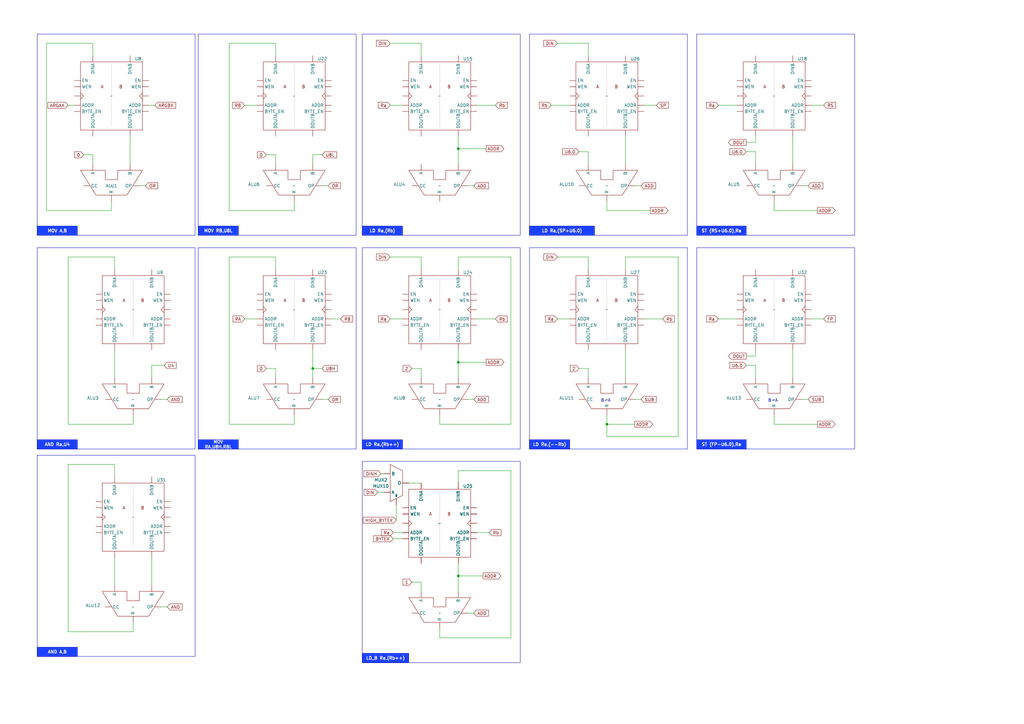
<source format=kicad_sch>
(kicad_sch (version 20230121) (generator eeschema)
  (paper "A3")
  (lib_symbols
    (symbol "UKMaker:Generic_ALU"
      (property "Reference" "ALU" (at 0 0 0))
      (symbol "Generic_ALU_0_1"
        (polyline (pts (xy 2.54 6.35) (xy 12.7 6.35) (xy 6.35 -3.81) (xy -6.35 -3.81) (xy -12.7 6.35) (xy -2.54 6.35) (xy -2.54 2.54) (xy 2.54 2.54) (xy 2.54 6.35)))
      )
      (symbol "Generic_ALU_1_1"
        (pin input line (at 7.62 8.89 270) (length 2.54) (name "A") (number ""))
        (pin input line (at -7.62 8.89 270) (length 2.54) (name "B") (number ""))
        (pin output line (at 11.43 0 180) (length 2.54) (name "CC") (number ""))
        (pin input line (at -11.43 0 0) (length 2.54) (name "OP") (number ""))
        (pin input line (at 0 -6.35 90) (length 2.54) (name "R") (number ""))
      )
    )
    (symbol "UKMaker:Generic_DualPortRegisterFile_ByteEnable"
      (property "Reference" "U" (at 0 0 0))
      (symbol "Generic_DualPortRegisterFile_ByteEnable_0_1"
        (rectangle (start -12.7 13.97) (end 12.7 -13.97))
        (polyline (pts (xy -12.7 -1.27) (xy -11.43 0) (xy -12.7 1.27)))
        (polyline (pts (xy 12.7 -1.27) (xy 11.43 0) (xy 12.7 1.27)))
      )
      (symbol "Generic_DualPortRegisterFile_ByteEnable_1_1"
        (polyline (pts (xy 0 12.7) (xy 0 -12.7)) (stroke (width 0) (type dot)))
        (text "A" (at -3.81 3.81 0) (effects (font (size 1.27 1.27))))
        (text "B" (at 3.81 3.81 0) (effects (font (size 1.27 1.27))))
        (pin input line (at -15.24 0 0) (length 2.54) (name "") (number ""))
        (pin input line (at 15.24 0 180) (length 2.54) (name "") (number ""))
        (pin input line (at -15.24 -3.81 0) (length 2.54) (name "ADDR") (number ""))
        (pin input line (at 15.24 -3.81 180) (length 2.54) (name "ADDR") (number ""))
        (pin input line (at -15.24 -6.35 0) (length 2.54) (name "BYTE_EN") (number ""))
        (pin input line (at 15.24 -6.35 180) (length 2.54) (name "BYTE_EN") (number ""))
        (pin input line (at -7.62 16.51 270) (length 2.54) (name "DINA") (number ""))
        (pin input line (at 7.62 16.51 270) (length 2.54) (name "DINB") (number ""))
        (pin input line (at -7.62 -16.51 90) (length 2.54) (name "DOUTA") (number ""))
        (pin input line (at 7.62 -16.51 90) (length 2.54) (name "DOUTB") (number ""))
        (pin input line (at -15.24 6.35 0) (length 2.54) (name "EN") (number ""))
        (pin input line (at 15.24 6.35 180) (length 2.54) (name "EN") (number ""))
        (pin input line (at -15.24 3.81 0) (length 2.54) (name "WEN") (number ""))
        (pin input line (at 15.24 3.81 180) (length 2.54) (name "WEN") (number ""))
      )
    )
    (symbol "UKMaker:Generic_MUX2"
      (property "Reference" "MUX2" (at 3.81 -3.81 0))
      (property "Value" "MUX2" (at 3.81 -3.81 0))
      (symbol "Generic_MUX2_0_1"
        (polyline (pts (xy -5.08 -2.54) (xy -7.62 2.54) (xy 7.62 2.54) (xy 5.08 -2.54) (xy -5.08 -2.54)))
      )
      (symbol "Generic_MUX2_1_1"
        (pin input line (at -3.81 5.08 270) (length 2.54) (name "A") (number ""))
        (pin input line (at 3.81 5.08 270) (length 2.54) (name "B") (number ""))
        (pin input line (at 0 -5.08 90) (length 2.54) (name "O") (number ""))
        (pin input line (at -8.89 0 0) (length 2.54) (name "SEL") (number ""))
      )
    )
  )
  (junction (at 187.96 60.96))
  (junction (at 128.27 151.13))
  (junction (at 248.92 173.99))
  (junction (at 187.96 236.22))
  (junction (at 187.96 148.59))
  (wire (pts (xy 100.33 130.81) (xy 105.41 130.81)))
  (wire (pts (xy 248.92 170.18) (xy 248.92 173.99)))
  (wire (pts (xy 160.02 130.81) (xy 165.1 130.81)))
  (wire (pts (xy 160.02 43.18) (xy 165.1 43.18)))
  (wire (pts (xy 109.22 151.13) (xy 113.03 151.13)))
  (wire (pts (xy 187.96 55.88) (xy 187.96 60.96)))
  (wire (pts (xy 195.58 218.44) (xy 200.66 218.44)))
  (wire (pts (xy 113.03 63.5) (xy 113.03 67.31)))
  (wire (pts (xy 172.72 151.13) (xy 172.72 154.94)))
  (wire (pts (xy 195.58 130.81) (xy 203.2 130.81)))
  (wire (pts (xy 256.54 143.51) (xy 256.54 154.94)))
  (wire (pts (xy 54.61 170.18) (xy 54.61 173.99)))
  (wire (pts (xy 306.07 149.86) (xy 309.88 149.86)))
  (wire (pts (xy 256.54 105.41) (xy 256.54 110.49)))
  (wire (pts (xy 172.72 105.41) (xy 172.72 110.49)))
  (wire (pts (xy 248.92 173.99) (xy 260.35 173.99)))
  (wire (pts (xy 309.88 146.05) (xy 309.88 143.51)))
  (wire (pts (xy 194.31 163.83) (xy 191.77 163.83)))
  (wire (pts (xy 46.99 143.51) (xy 46.99 154.94)))
  (wire (pts (xy 337.82 130.81) (xy 332.74 130.81)))
  (wire (pts (xy 180.34 170.18) (xy 180.34 173.99)))
  (wire (pts (xy 120.65 173.99) (xy 93.98 173.99)))
  (wire (pts (xy 278.13 179.07) (xy 278.13 105.41)))
  (wire (pts (xy 317.5 82.55) (xy 317.5 86.36)))
  (wire (pts (xy 19.05 86.36) (xy 19.05 17.78)))
  (wire (pts (xy 306.07 58.42) (xy 309.88 58.42)))
  (wire (pts (xy 256.54 55.88) (xy 256.54 67.31)))
  (wire (pts (xy 54.61 255.27) (xy 54.61 259.08)))
  (wire (pts (xy 128.27 143.51) (xy 128.27 151.13)))
  (wire (pts (xy 248.92 173.99) (xy 248.92 179.07)))
  (wire (pts (xy 165.1 220.98) (xy 161.29 220.98)))
  (wire (pts (xy 309.88 58.42) (xy 309.88 55.88)))
  (wire (pts (xy 100.33 43.18) (xy 105.41 43.18)))
  (wire (pts (xy 45.72 86.36) (xy 19.05 86.36)))
  (wire (pts (xy 27.94 190.5) (xy 46.99 190.5)))
  (wire (pts (xy 209.55 173.99) (xy 209.55 105.41)))
  (wire (pts (xy 237.49 151.13) (xy 241.3 151.13)))
  (wire (pts (xy 187.96 148.59) (xy 187.96 154.94)))
  (wire (pts (xy 194.31 251.46) (xy 191.77 251.46)))
  (wire (pts (xy 317.5 170.18) (xy 317.5 173.99)))
  (wire (pts (xy 93.98 17.78) (xy 113.03 17.78)))
  (wire (pts (xy 317.5 86.36) (xy 335.28 86.36)))
  (wire (pts (xy 241.3 151.13) (xy 241.3 154.94)))
  (wire (pts (xy 93.98 173.99) (xy 93.98 105.41)))
  (wire (pts (xy 132.08 63.5) (xy 128.27 63.5)))
  (wire (pts (xy 228.6 130.81) (xy 233.68 130.81)))
  (wire (pts (xy 27.94 105.41) (xy 46.99 105.41)))
  (wire (pts (xy 180.34 173.99) (xy 209.55 173.99)))
  (wire (pts (xy 62.23 228.6) (xy 62.23 240.03)))
  (wire (pts (xy 38.1 17.78) (xy 38.1 22.86)))
  (wire (pts (xy 19.05 17.78) (xy 38.1 17.78)))
  (wire (pts (xy 93.98 86.36) (xy 93.98 17.78)))
  (wire (pts (xy 172.72 238.76) (xy 172.72 242.57)))
  (wire (pts (xy 325.12 55.88) (xy 325.12 67.31)))
  (wire (pts (xy 187.96 60.96) (xy 187.96 67.31)))
  (wire (pts (xy 54.61 173.99) (xy 27.94 173.99)))
  (wire (pts (xy 228.6 105.41) (xy 241.3 105.41)))
  (wire (pts (xy 68.58 248.92) (xy 66.04 248.92)))
  (wire (pts (xy 160.02 105.41) (xy 172.72 105.41)))
  (wire (pts (xy 168.91 238.76) (xy 172.72 238.76)))
  (wire (pts (xy 187.96 236.22) (xy 187.96 242.57)))
  (wire (pts (xy 187.96 148.59) (xy 199.39 148.59)))
  (wire (pts (xy 262.89 163.83) (xy 260.35 163.83)))
  (wire (pts (xy 54.61 259.08) (xy 27.94 259.08)))
  (wire (pts (xy 27.94 173.99) (xy 27.94 105.41)))
  (wire (pts (xy 209.55 105.41) (xy 187.96 105.41)))
  (wire (pts (xy 46.99 228.6) (xy 46.99 240.03)))
  (wire (pts (xy 233.68 43.18) (xy 226.06 43.18)))
  (wire (pts (xy 46.99 105.41) (xy 46.99 110.49)))
  (wire (pts (xy 187.96 60.96) (xy 199.39 60.96)))
  (wire (pts (xy 162.56 207.01) (xy 162.56 213.36)))
  (wire (pts (xy 309.88 149.86) (xy 309.88 154.94)))
  (wire (pts (xy 134.62 163.83) (xy 132.08 163.83)))
  (wire (pts (xy 262.89 76.2) (xy 260.35 76.2)))
  (wire (pts (xy 27.94 259.08) (xy 27.94 190.5)))
  (wire (pts (xy 93.98 105.41) (xy 113.03 105.41)))
  (wire (pts (xy 187.96 231.14) (xy 187.96 236.22)))
  (wire (pts (xy 187.96 105.41) (xy 187.96 110.49)))
  (wire (pts (xy 120.65 170.18) (xy 120.65 173.99)))
  (wire (pts (xy 331.47 76.2) (xy 328.93 76.2)))
  (wire (pts (xy 264.16 130.81) (xy 271.78 130.81)))
  (wire (pts (xy 241.3 105.41) (xy 241.3 110.49)))
  (wire (pts (xy 38.1 63.5) (xy 38.1 67.31)))
  (wire (pts (xy 248.92 86.36) (xy 266.7 86.36)))
  (wire (pts (xy 120.65 86.36) (xy 93.98 86.36)))
  (wire (pts (xy 241.3 17.78) (xy 241.3 22.86)))
  (wire (pts (xy 237.49 62.23) (xy 241.3 62.23)))
  (wire (pts (xy 156.21 194.31) (xy 157.48 194.31)))
  (wire (pts (xy 195.58 43.18) (xy 203.2 43.18)))
  (wire (pts (xy 59.69 76.2) (xy 57.15 76.2)))
  (wire (pts (xy 269.24 43.18) (xy 264.16 43.18)))
  (wire (pts (xy 309.88 62.23) (xy 309.88 67.31)))
  (wire (pts (xy 53.34 55.88) (xy 53.34 67.31)))
  (wire (pts (xy 167.64 198.12) (xy 172.72 198.12)))
  (wire (pts (xy 132.08 151.13) (xy 128.27 151.13)))
  (wire (pts (xy 27.94 43.18) (xy 30.48 43.18)))
  (wire (pts (xy 128.27 63.5) (xy 128.27 67.31)))
  (wire (pts (xy 168.91 151.13) (xy 172.72 151.13)))
  (wire (pts (xy 161.29 218.44) (xy 165.1 218.44)))
  (wire (pts (xy 302.26 130.81) (xy 294.64 130.81)))
  (wire (pts (xy 172.72 17.78) (xy 172.72 22.86)))
  (wire (pts (xy 317.5 173.99) (xy 335.28 173.99)))
  (wire (pts (xy 209.55 193.04) (xy 187.96 193.04)))
  (wire (pts (xy 67.31 149.86) (xy 62.23 149.86)))
  (wire (pts (xy 331.47 163.83) (xy 328.93 163.83)))
  (wire (pts (xy 187.96 236.22) (xy 198.12 236.22)))
  (wire (pts (xy 325.12 143.51) (xy 325.12 154.94)))
  (wire (pts (xy 278.13 105.41) (xy 256.54 105.41)))
  (wire (pts (xy 187.96 143.51) (xy 187.96 148.59)))
  (wire (pts (xy 180.34 261.62) (xy 209.55 261.62)))
  (wire (pts (xy 45.72 82.55) (xy 45.72 86.36)))
  (wire (pts (xy 134.62 76.2) (xy 132.08 76.2)))
  (wire (pts (xy 113.03 151.13) (xy 113.03 154.94)))
  (wire (pts (xy 302.26 43.18) (xy 294.64 43.18)))
  (wire (pts (xy 157.48 201.93) (xy 154.94 201.93)))
  (wire (pts (xy 113.03 17.78) (xy 113.03 22.86)))
  (wire (pts (xy 187.96 193.04) (xy 187.96 198.12)))
  (wire (pts (xy 241.3 62.23) (xy 241.3 67.31)))
  (wire (pts (xy 180.34 257.81) (xy 180.34 261.62)))
  (wire (pts (xy 46.99 190.5) (xy 46.99 195.58)))
  (wire (pts (xy 34.29 63.5) (xy 38.1 63.5)))
  (wire (pts (xy 160.02 17.78) (xy 172.72 17.78)))
  (wire (pts (xy 109.22 63.5) (xy 113.03 63.5)))
  (wire (pts (xy 135.89 130.81) (xy 139.7 130.81)))
  (wire (pts (xy 248.92 82.55) (xy 248.92 86.36)))
  (wire (pts (xy 337.82 43.18) (xy 332.74 43.18)))
  (wire (pts (xy 62.23 149.86) (xy 62.23 154.94)))
  (wire (pts (xy 306.07 146.05) (xy 309.88 146.05)))
  (wire (pts (xy 306.07 62.23) (xy 309.88 62.23)))
  (wire (pts (xy 68.58 163.83) (xy 66.04 163.83)))
  (wire (pts (xy 128.27 151.13) (xy 128.27 154.94)))
  (wire (pts (xy 248.92 179.07) (xy 278.13 179.07)))
  (wire (pts (xy 209.55 261.62) (xy 209.55 193.04)))
  (wire (pts (xy 228.6 17.78) (xy 241.3 17.78)))
  (wire (pts (xy 120.65 82.55) (xy 120.65 86.36)))
  (wire (pts (xy 113.03 105.41) (xy 113.03 110.49)))
  (wire (pts (xy 60.96 43.18) (xy 63.5 43.18)))
  (wire (pts (xy 194.31 76.2) (xy 191.77 76.2)))
  (rectangle (start 81.28 101.6) (end 146.05 184.15))
  (rectangle (start 148.59 101.6) (end 213.36 184.15))
  (rectangle (start 148.59 13.97) (end 213.36 96.52))
  (rectangle (start 15.24 186.69) (end 80.01 269.24))
  (rectangle (start 217.17 101.6) (end 281.94 184.15))
  (rectangle (start 285.75 101.6) (end 350.52 184.15))
  (rectangle (start 148.59 189.23) (end 213.36 271.78))
  (rectangle (start 285.75 13.97) (end 350.52 96.52))
  (rectangle (start 217.17 13.97) (end 281.94 96.52))
  (rectangle (start 15.24 13.97) (end 80.01 96.52))
  (rectangle (start 15.24 101.6) (end 80.01 184.15))
  (rectangle (start 81.28 13.97) (end 146.05 96.52))
  (text_box "ST (FP-U6.0),Ra" (at 285.75 180.34 0) (size 20.32 3.81) (fill (type color) (color 27 64 255 1)) (effects (font (size 1.27 1.27) (thickness 0.254) bold)))
  (text_box "LD_B Ra,(Rb++)" (at 148.59 267.97 0) (size 19.05 3.81) (fill (type color) (color 27 64 255 1)) (effects (font (size 1.27 1.27) (thickness 0.254) bold)))
  (text_box "MOV RA,U8H.RBL" (at 81.28 180.34 0) (size 16.51 3.81) (fill (type color) (color 27 64 255 1)) (effects (font (size 1.27 1.27) (thickness 0.254) bold)))
  (text_box "AND A,B" (at 15.24 265.43 0) (size 16.51 3.81) (fill (type color) (color 27 64 255 1)) (effects (font (size 1.27 1.27) (thickness 0.254) bold)))
  (text_box "LD Ra,(Rb++)" (at 148.59 180.34 0) (size 16.51 3.81) (fill (type color) (color 27 64 255 1)) (effects (font (size 1.27 1.27) (thickness 0.254) bold)))
  (text_box "MOV A,B" (at 15.24 92.71 0) (size 16.51 3.81) (fill (type color) (color 27 64 255 1)) (effects (font (size 1.27 1.27) (thickness 0.254) bold)))
  (text_box "AND Ra,U4" (at 15.24 180.34 0) (size 16.51 3.81) (fill (type color) (color 27 64 255 1)) (effects (font (size 1.27 1.27) (thickness 0.254) bold)))
  (text_box "LD Ra,(--Rb)" (at 217.17 180.34 0) (size 16.51 3.81) (fill (type color) (color 27 64 255 1)) (effects (font (size 1.27 1.27) (thickness 0.254) bold)))
  (text_box "LD Ra,(Rb)" (at 148.59 92.71 0) (size 16.51 3.81) (fill (type color) (color 27 64 255 1)) (effects (font (size 1.27 1.27) (thickness 0.254) bold)))
  (text_box "LD Ra,(SP+U6.0)" (at 217.17 92.71 0) (size 26.67 3.81) (fill (type color) (color 27 64 255 1)) (effects (font (size 1.27 1.27) (thickness 0.254) bold)))
  (text_box "MOV RB,U8L" (at 81.28 92.71 0) (size 16.51 3.81) (fill (type color) (color 27 64 255 1)) (effects (font (size 1.27 1.27) (thickness 0.254) bold)))
  (text_box "ST (RS+U6.0),Ra" (at 285.75 92.71 0) (size 20.32 3.81) (fill (type color) (color 27 64 255 1)) (effects (font (size 1.27 1.27) (thickness 0.254) bold)))
  (text "B-A" (at 246.38 165.1 0) (effects (font (size 1.27 1.27)) (justify left bottom)))
  (text "B-A" (at 314.96 165.1 0) (effects (font (size 1.27 1.27)) (justify left bottom)))
  (global_label "RS" (shape input) (at 337.82 43.18 0) (property "Intersheetrefs" "${INTERSHEET_REFS}" (effects hide)))
  (global_label "0" (shape input) (at 109.22 63.5 180) (property "Intersheetrefs" "${INTERSHEET_REFS}" (effects hide)))
  (global_label "ADDR" (shape output) (at 266.7 86.36 0) (property "Intersheetrefs" "${INTERSHEET_REFS}" (effects hide)))
  (global_label "ADD" (shape input) (at 194.31 76.2 0) (property "Intersheetrefs" "${INTERSHEET_REFS}" (effects hide)))
  (global_label "Ra" (shape input) (at 294.64 130.81 180) (property "Intersheetrefs" "${INTERSHEET_REFS}" (effects hide)))
  (global_label "Ra" (shape input) (at 228.6 130.81 180) (property "Intersheetrefs" "${INTERSHEET_REFS}" (effects hide)))
  (global_label "SP" (shape input) (at 269.24 43.18 0) (property "Intersheetrefs" "${INTERSHEET_REFS}" (effects hide)))
  (global_label "DIN" (shape input) (at 160.02 105.41 180) (property "Intersheetrefs" "${INTERSHEET_REFS}" (effects hide)))
  (global_label "AND" (shape input) (at 68.58 163.83 0) (property "Intersheetrefs" "${INTERSHEET_REFS}" (effects hide)))
  (global_label "Ra" (shape input) (at 294.64 43.18 180) (property "Intersheetrefs" "${INTERSHEET_REFS}" (effects hide)))
  (global_label "SUB" (shape input) (at 331.47 163.83 0) (property "Intersheetrefs" "${INTERSHEET_REFS}" (effects hide)))
  (global_label "Rb" (shape input) (at 271.78 130.81 0) (property "Intersheetrefs" "${INTERSHEET_REFS}" (effects hide)))
  (global_label "RB" (shape input) (at 100.33 43.18 180) (property "Intersheetrefs" "${INTERSHEET_REFS}" (effects hide)))
  (global_label "OR" (shape input) (at 134.62 76.2 0) (property "Intersheetrefs" "${INTERSHEET_REFS}" (effects hide)))
  (global_label "ADDR" (shape output) (at 198.12 236.22 0) (property "Intersheetrefs" "${INTERSHEET_REFS}" (effects hide)))
  (global_label "DIN" (shape input) (at 154.94 201.93 180) (property "Intersheetrefs" "${INTERSHEET_REFS}" (effects hide)))
  (global_label "Ra" (shape input) (at 161.29 218.44 180) (property "Intersheetrefs" "${INTERSHEET_REFS}" (effects hide)))
  (global_label "ADDR" (shape output) (at 335.28 173.99 0) (property "Intersheetrefs" "${INTERSHEET_REFS}" (effects hide)))
  (global_label "U8H" (shape input) (at 132.08 151.13 0) (property "Intersheetrefs" "${INTERSHEET_REFS}" (effects hide)))
  (global_label "U4" (shape input) (at 67.31 149.86 0) (property "Intersheetrefs" "${INTERSHEET_REFS}" (effects hide)))
  (global_label "RB" (shape input) (at 139.7 130.81 0) (property "Intersheetrefs" "${INTERSHEET_REFS}" (effects hide)))
  (global_label "0" (shape input) (at 34.29 63.5 180) (property "Intersheetrefs" "${INTERSHEET_REFS}" (effects hide)))
  (global_label "Rb" (shape input) (at 200.66 218.44 0) (property "Intersheetrefs" "${INTERSHEET_REFS}" (effects hide)))
  (global_label "SUB" (shape input) (at 262.89 163.83 0) (property "Intersheetrefs" "${INTERSHEET_REFS}" (effects hide)))
  (global_label "BYTEX" (shape input) (at 161.29 220.98 180) (property "Intersheetrefs" "${INTERSHEET_REFS}" (effects hide)))
  (global_label "2" (shape input) (at 168.91 151.13 180) (property "Intersheetrefs" "${INTERSHEET_REFS}" (effects hide)))
  (global_label "FP" (shape input) (at 337.82 130.81 0) (property "Intersheetrefs" "${INTERSHEET_REFS}" (effects hide)))
  (global_label "ADD" (shape input) (at 331.47 76.2 0) (property "Intersheetrefs" "${INTERSHEET_REFS}" (effects hide)))
  (global_label "2" (shape input) (at 237.49 151.13 180) (property "Intersheetrefs" "${INTERSHEET_REFS}" (effects hide)))
  (global_label "ADDR" (shape output) (at 199.39 148.59 0) (property "Intersheetrefs" "${INTERSHEET_REFS}" (effects hide)))
  (global_label "U6.0" (shape input) (at 306.07 62.23 180) (property "Intersheetrefs" "${INTERSHEET_REFS}" (effects hide)))
  (global_label "DIN" (shape input) (at 160.02 17.78 180) (property "Intersheetrefs" "${INTERSHEET_REFS}" (effects hide)))
  (global_label "U6.0" (shape input) (at 237.49 62.23 180) (property "Intersheetrefs" "${INTERSHEET_REFS}" (effects hide)))
  (global_label "ADD" (shape input) (at 194.31 163.83 0) (property "Intersheetrefs" "${INTERSHEET_REFS}" (effects hide)))
  (global_label "ARGAX" (shape input) (at 27.94 43.18 180) (property "Intersheetrefs" "${INTERSHEET_REFS}" (effects hide)))
  (global_label "Rb" (shape input) (at 203.2 130.81 0) (property "Intersheetrefs" "${INTERSHEET_REFS}" (effects hide)))
  (global_label "DOUT" (shape output) (at 306.07 146.05 180) (property "Intersheetrefs" "${INTERSHEET_REFS}" (effects hide)))
  (global_label "OR" (shape input) (at 134.62 163.83 0) (property "Intersheetrefs" "${INTERSHEET_REFS}" (effects hide)))
  (global_label "Ra" (shape input) (at 160.02 43.18 180) (property "Intersheetrefs" "${INTERSHEET_REFS}" (effects hide)))
  (global_label "1" (shape input) (at 168.91 238.76 180) (property "Intersheetrefs" "${INTERSHEET_REFS}" (effects hide)))
  (global_label "ADDR" (shape output) (at 199.39 60.96 0) (property "Intersheetrefs" "${INTERSHEET_REFS}" (effects hide)))
  (global_label "OR" (shape input) (at 59.69 76.2 0) (property "Intersheetrefs" "${INTERSHEET_REFS}" (effects hide)))
  (global_label "ADD" (shape input) (at 262.89 76.2 0) (property "Intersheetrefs" "${INTERSHEET_REFS}" (effects hide)))
  (global_label "Rb" (shape input) (at 226.06 43.18 180) (property "Intersheetrefs" "${INTERSHEET_REFS}" (effects hide)))
  (global_label "Rb" (shape input) (at 203.2 43.18 0) (property "Intersheetrefs" "${INTERSHEET_REFS}" (effects hide)))
  (global_label "ADDR" (shape output) (at 260.35 173.99 0) (property "Intersheetrefs" "${INTERSHEET_REFS}" (effects hide)))
  (global_label "U8L" (shape input) (at 132.08 63.5 0) (property "Intersheetrefs" "${INTERSHEET_REFS}" (effects hide)))
  (global_label "ADDR" (shape output) (at 335.28 86.36 0) (property "Intersheetrefs" "${INTERSHEET_REFS}" (effects hide)))
  (global_label "DOUT" (shape output) (at 306.07 58.42 180) (property "Intersheetrefs" "${INTERSHEET_REFS}" (effects hide)))
  (global_label "0" (shape input) (at 109.22 151.13 180) (property "Intersheetrefs" "${INTERSHEET_REFS}" (effects hide)))
  (global_label "ARGBX" (shape input) (at 63.5 43.18 0) (property "Intersheetrefs" "${INTERSHEET_REFS}" (effects hide)))
  (global_label "DIN" (shape input) (at 228.6 17.78 180) (property "Intersheetrefs" "${INTERSHEET_REFS}" (effects hide)))
  (global_label "DIN" (shape input) (at 228.6 105.41 180) (property "Intersheetrefs" "${INTERSHEET_REFS}" (effects hide)))
  (global_label "HIGH_BYTEX" (shape input) (at 162.56 213.36 180) (property "Intersheetrefs" "${INTERSHEET_REFS}" (effects hide)))
  (global_label "ADD" (shape input) (at 194.31 251.46 0) (property "Intersheetrefs" "${INTERSHEET_REFS}" (effects hide)))
  (global_label "U6.0" (shape input) (at 306.07 149.86 180) (property "Intersheetrefs" "${INTERSHEET_REFS}" (effects hide)))
  (global_label "RA" (shape input) (at 100.33 130.81 180) (property "Intersheetrefs" "${INTERSHEET_REFS}" (effects hide)))
  (global_label "DINH" (shape input) (at 156.21 194.31 180) (property "Intersheetrefs" "${INTERSHEET_REFS}" (effects hide)))
  (global_label "Ra" (shape input) (at 160.02 130.81 180) (property "Intersheetrefs" "${INTERSHEET_REFS}" (effects hide)))
  (global_label "AND" (shape input) (at 68.58 248.92 0) (property "Intersheetrefs" "${INTERSHEET_REFS}" (effects hide)))
  (symbol (lib_id "UKMaker:Generic_DualPortRegisterFile_ByteEnable") (at 248.92 127 0) (unit 1)
    (property "Reference" "U27" (at 258.4959 111.76 0) (effects (justify left)))
    (property "Value" "~" (at 248.92 127 0))
  )
  (symbol (lib_id "UKMaker:Generic_ALU") (at 180.34 251.46 0) (mirror y) (unit 1)
    (property "Reference" "ALU9" (effects hide))
    (property "Value" "~" (at 180.34 251.46 0))
  )
  (symbol (lib_id "UKMaker:Generic_ALU") (at 54.61 163.83 0) (mirror y) (unit 1)
    (property "Reference" "ALU3" (at 38.1 163.2459 0))
    (property "Value" "~" (at 54.61 163.83 0))
  )
  (symbol (lib_id "UKMaker:Generic_DualPortRegisterFile_ByteEnable") (at 248.92 39.37 0) (unit 1)
    (property "Reference" "U26" (at 258.4959 24.13 0) (effects (justify left)))
    (property "Value" "~" (at 248.92 39.37 0))
  )
  (symbol (lib_id "UKMaker:Generic_DualPortRegisterFile_ByteEnable") (at 54.61 212.09 0) (unit 1)
    (property "Reference" "U31" (at 64.1859 196.85 0) (effects (justify left)))
    (property "Value" "~" (at 54.61 212.09 0))
  )
  (symbol (lib_id "UKMaker:Generic_ALU") (at 54.61 248.92 0) (mirror y) (unit 1)
    (property "Reference" "ALU12" (at 38.1 248.3359 0))
    (property "Value" "~" (at 54.61 248.92 0))
  )
  (symbol (lib_id "UKMaker:Generic_DualPortRegisterFile_ByteEnable") (at 317.5 39.37 0) (unit 1)
    (property "Reference" "U18" (at 327.0759 24.13 0) (effects (justify left)))
    (property "Value" "~" (at 317.5 39.37 0))
  )
  (symbol (lib_id "UKMaker:Generic_DualPortRegisterFile_ByteEnable") (at 120.65 39.37 0) (unit 1)
    (property "Reference" "U22" (at 130.2259 24.13 0) (effects (justify left)))
    (property "Value" "~" (at 120.65 39.37 0))
  )
  (symbol (lib_id "UKMaker:Generic_DualPortRegisterFile_ByteEnable") (at 180.34 39.37 0) (unit 1)
    (property "Reference" "U15" (at 189.9159 24.13 0) (effects (justify left)))
    (property "Value" "~" (at 180.34 39.37 0))
  )
  (symbol (lib_id "UKMaker:Generic_ALU") (at 248.92 76.2 0) (mirror y) (unit 1)
    (property "Reference" "ALU10" (at 232.41 75.6159 0))
    (property "Value" "~" (at 248.92 76.2 0))
  )
  (symbol (lib_id "UKMaker:Generic_ALU") (at 317.5 76.2 0) (mirror y) (unit 1)
    (property "Reference" "ALU5" (at 300.99 75.6159 0))
    (property "Value" "~" (at 317.5 76.2 0))
  )
  (symbol (lib_id "UKMaker:Generic_DualPortRegisterFile_ByteEnable") (at 45.72 39.37 0) (unit 1)
    (property "Reference" "U8" (at 55.2959 24.13 0) (effects (justify left)))
    (property "Value" "~" (at 45.72 39.37 0))
  )
  (symbol (lib_id "UKMaker:Generic_DualPortRegisterFile_ByteEnable") (at 180.34 214.63 0) (unit 1)
    (property "Reference" "U25" (at 189.9159 199.39 0) (effects (justify left)))
    (property "Value" "~" (at 180.34 214.63 0))
  )
  (symbol (lib_id "UKMaker:Generic_ALU") (at 180.34 76.2 0) (mirror y) (unit 1)
    (property "Reference" "ALU4" (at 163.83 75.6159 0))
    (property "Value" "~" (at 180.34 76.2 0))
  )
  (symbol (lib_id "UKMaker:Generic_MUX2") (at 162.56 198.12 90) (unit 1)
    (property "Reference" "MUX10" (at 156.21 199.39 90))
    (property "Value" "MUX2" (at 156.21 196.85 90))
  )
  (symbol (lib_id "UKMaker:Generic_ALU") (at 317.5 163.83 0) (mirror y) (unit 1)
    (property "Reference" "ALU13" (at 300.99 163.2459 0))
    (property "Value" "~" (at 317.5 163.83 0))
  )
  (symbol (lib_id "UKMaker:Generic_ALU") (at 120.65 76.2 0) (mirror y) (unit 1)
    (property "Reference" "ALU6" (at 104.14 75.6159 0))
    (property "Value" "~" (at 120.65 76.2 0))
  )
  (symbol (lib_id "UKMaker:Generic_DualPortRegisterFile_ByteEnable") (at 54.61 127 0) (unit 1)
    (property "Reference" "U9" (at 64.1859 111.76 0) (effects (justify left)))
    (property "Value" "~" (at 54.61 127 0))
  )
  (symbol (lib_id "UKMaker:Generic_DualPortRegisterFile_ByteEnable") (at 120.65 127 0) (unit 1)
    (property "Reference" "U23" (at 130.2259 111.76 0) (effects (justify left)))
    (property "Value" "~" (at 120.65 127 0))
  )
  (symbol (lib_id "UKMaker:Generic_ALU") (at 248.92 163.83 0) (mirror y) (unit 1)
    (property "Reference" "ALU11" (at 232.41 163.2459 0))
    (property "Value" "~" (at 248.92 163.83 0))
  )
  (symbol (lib_id "UKMaker:Generic_DualPortRegisterFile_ByteEnable") (at 180.34 127 0) (unit 1)
    (property "Reference" "U24" (at 189.9159 111.76 0) (effects (justify left)))
    (property "Value" "~" (at 180.34 127 0))
  )
  (symbol (lib_id "UKMaker:Generic_ALU") (at 120.65 163.83 0) (mirror y) (unit 1)
    (property "Reference" "ALU7" (at 104.14 163.2459 0))
    (property "Value" "~" (at 120.65 163.83 0))
  )
  (symbol (lib_id "UKMaker:Generic_DualPortRegisterFile_ByteEnable") (at 317.5 127 0) (unit 1)
    (property "Reference" "U32" (at 327.0759 111.76 0) (effects (justify left)))
    (property "Value" "~" (at 317.5 127 0))
  )
  (symbol (lib_id "UKMaker:Generic_ALU") (at 45.72 76.2 0) (mirror y) (unit 1)
    (property "Reference" "ALU1" (at 45.72 76.2 0))
    (property "Value" "~" (at 45.72 76.2 0))
  )
  (symbol (lib_id "UKMaker:Generic_ALU") (at 180.34 163.83 0) (mirror y) (unit 1)
    (property "Reference" "ALU8" (at 163.83 163.2459 0))
    (property "Value" "~" (at 180.34 163.83 0))
  )
)
</source>
